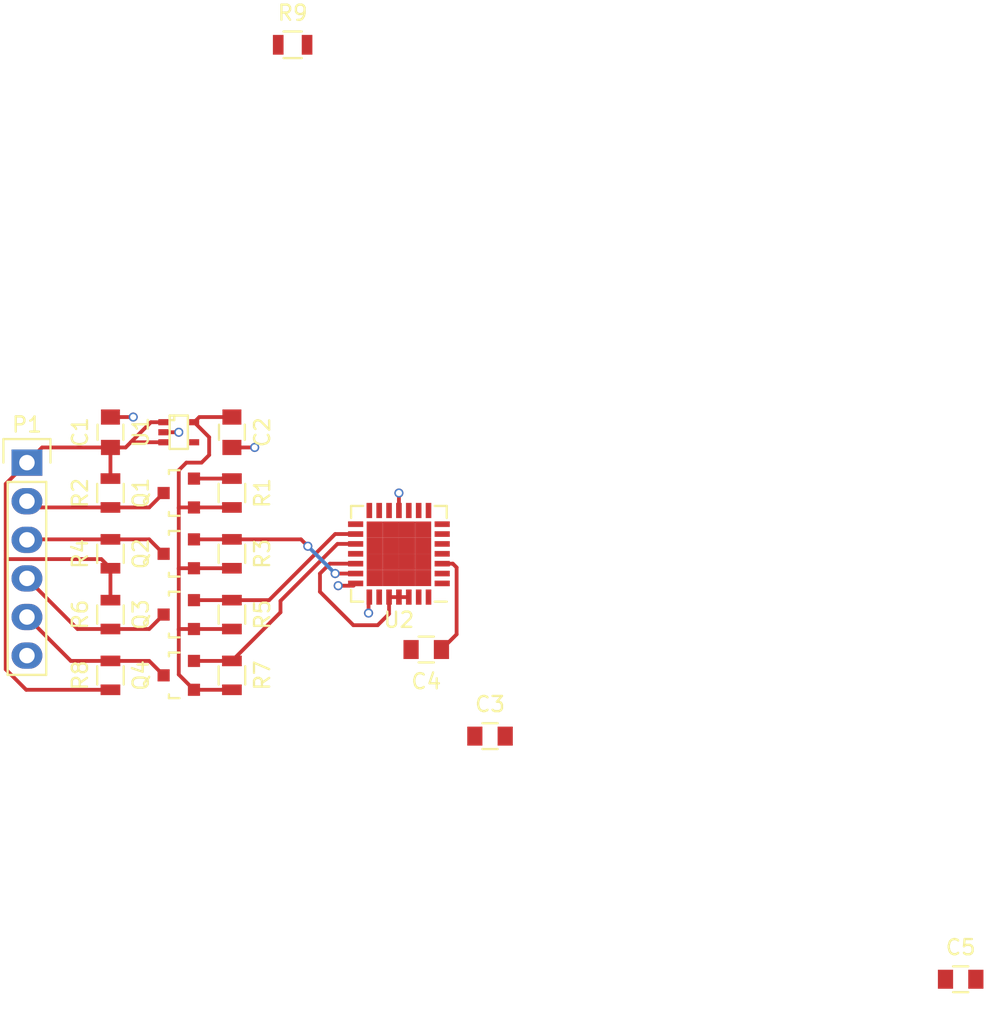
<source format=kicad_pcb>
(kicad_pcb (version 4) (host pcbnew 4.0.4+e1-6308~48~ubuntu16.04.1-stable)

  (general
    (links 68)
    (no_connects 34)
    (area 110.524999 62.925 178.025001 130.675)
    (thickness 1.6)
    (drawings 1)
    (tracks 99)
    (zones 0)
    (modules 21)
    (nets 15)
  )

  (page A4)
  (layers
    (0 F.Cu signal)
    (31 B.Cu signal)
    (32 B.Adhes user)
    (33 F.Adhes user)
    (34 B.Paste user)
    (35 F.Paste user)
    (36 B.SilkS user)
    (37 F.SilkS user)
    (38 B.Mask user)
    (39 F.Mask user)
    (40 Dwgs.User user)
    (41 Cmts.User user)
    (42 Eco1.User user)
    (43 Eco2.User user)
    (44 Edge.Cuts user)
    (45 Margin user)
    (46 B.CrtYd user)
    (47 F.CrtYd user)
    (48 B.Fab user)
    (49 F.Fab user)
  )

  (setup
    (last_trace_width 0.25)
    (trace_clearance 0.2)
    (zone_clearance 0.508)
    (zone_45_only no)
    (trace_min 0.2)
    (segment_width 0.2)
    (edge_width 0.15)
    (via_size 0.6)
    (via_drill 0.4)
    (via_min_size 0.4)
    (via_min_drill 0.3)
    (uvia_size 0.3)
    (uvia_drill 0.1)
    (uvias_allowed no)
    (uvia_min_size 0.2)
    (uvia_min_drill 0.1)
    (pcb_text_width 0.3)
    (pcb_text_size 1.5 1.5)
    (mod_edge_width 0.15)
    (mod_text_size 1 1)
    (mod_text_width 0.15)
    (pad_size 1.524 1.524)
    (pad_drill 0.762)
    (pad_to_mask_clearance 0.2)
    (aux_axis_origin 0 0)
    (visible_elements FFFFFF7F)
    (pcbplotparams
      (layerselection 0x00030_80000001)
      (usegerberextensions false)
      (excludeedgelayer true)
      (linewidth 0.100000)
      (plotframeref false)
      (viasonmask false)
      (mode 1)
      (useauxorigin false)
      (hpglpennumber 1)
      (hpglpenspeed 20)
      (hpglpendiameter 15)
      (hpglpenoverlay 2)
      (psnegative false)
      (psa4output false)
      (plotreference true)
      (plotvalue true)
      (plotinvisibletext false)
      (padsonsilk false)
      (subtractmaskfromsilk false)
      (outputformat 1)
      (mirror false)
      (drillshape 1)
      (scaleselection 1)
      (outputdirectory ""))
  )

  (net 0 "")
  (net 1 +5V)
  (net 2 GND)
  (net 3 +1V8)
  (net 4 "Net-(C4-Pad1)")
  (net 5 /SCL)
  (net 6 /SDA)
  (net 7 /~MOTION)
  (net 8 /~RESET)
  (net 9 /SCL_LV)
  (net 10 /SDA_LV)
  (net 11 /~MOT~_LV)
  (net 12 /~RST~_LV)
  (net 13 "Net-(R9-Pad1)")
  (net 14 "Net-(U2-Pad19)")

  (net_class Default "This is the default net class."
    (clearance 0.2)
    (trace_width 0.25)
    (via_dia 0.6)
    (via_drill 0.4)
    (uvia_dia 0.3)
    (uvia_drill 0.1)
    (add_net +1V8)
    (add_net +5V)
    (add_net /SCL)
    (add_net /SCL_LV)
    (add_net /SDA)
    (add_net /SDA_LV)
    (add_net /~MOTION)
    (add_net /~MOT~_LV)
    (add_net /~RESET)
    (add_net /~RST~_LV)
    (add_net GND)
    (add_net "Net-(C4-Pad1)")
    (add_net "Net-(R9-Pad1)")
    (add_net "Net-(U2-Pad19)")
  )

  (module Pin_Headers:Pin_Header_Straight_1x06 (layer F.Cu) (tedit 58347456) (tstamp 583470D9)
    (at 114.5 93.5)
    (descr "Through hole pin header")
    (tags "pin header")
    (path /583459D0)
    (fp_text reference P1 (at 0 -2.5) (layer F.SilkS)
      (effects (font (size 1 1) (thickness 0.15)))
    )
    (fp_text value CONN_01X06 (at 0 6 90) (layer F.Fab)
      (effects (font (size 1 1) (thickness 0.15)))
    )
    (fp_line (start -1.75 -1.75) (end -1.75 14.45) (layer F.CrtYd) (width 0.05))
    (fp_line (start 1.75 -1.75) (end 1.75 14.45) (layer F.CrtYd) (width 0.05))
    (fp_line (start -1.75 -1.75) (end 1.75 -1.75) (layer F.CrtYd) (width 0.05))
    (fp_line (start -1.75 14.45) (end 1.75 14.45) (layer F.CrtYd) (width 0.05))
    (fp_line (start 1.27 1.27) (end 1.27 13.97) (layer F.SilkS) (width 0.15))
    (fp_line (start 1.27 13.97) (end -1.27 13.97) (layer F.SilkS) (width 0.15))
    (fp_line (start -1.27 13.97) (end -1.27 1.27) (layer F.SilkS) (width 0.15))
    (fp_line (start 1.55 -1.55) (end 1.55 0) (layer F.SilkS) (width 0.15))
    (fp_line (start 1.27 1.27) (end -1.27 1.27) (layer F.SilkS) (width 0.15))
    (fp_line (start -1.55 0) (end -1.55 -1.55) (layer F.SilkS) (width 0.15))
    (fp_line (start -1.55 -1.55) (end 1.55 -1.55) (layer F.SilkS) (width 0.15))
    (pad 1 thru_hole rect (at 0 0) (size 2.032 1.7272) (drill 1.016) (layers *.Cu *.Mask)
      (net 1 +5V))
    (pad 2 thru_hole oval (at 0 2.54) (size 2.032 1.7272) (drill 1.016) (layers *.Cu *.Mask)
      (net 5 /SCL))
    (pad 3 thru_hole oval (at 0 5.08) (size 2.032 1.7272) (drill 1.016) (layers *.Cu *.Mask)
      (net 6 /SDA))
    (pad 4 thru_hole oval (at 0 7.62) (size 2.032 1.7272) (drill 1.016) (layers *.Cu *.Mask)
      (net 7 /~MOTION))
    (pad 5 thru_hole oval (at 0 10.16) (size 2.032 1.7272) (drill 1.016) (layers *.Cu *.Mask)
      (net 8 /~RESET))
    (pad 6 thru_hole oval (at 0 12.7) (size 2.032 1.7272) (drill 1.016) (layers *.Cu *.Mask)
      (net 2 GND))
    (model Pin_Headers.3dshapes/Pin_Header_Straight_1x06.wrl
      (at (xyz 0 -0.25 0))
      (scale (xyz 1 1 1))
      (rotate (xyz 0 0 90))
    )
  )

  (module TO_SOT_Packages_SMD:SOT-23 (layer F.Cu) (tedit 5834741E) (tstamp 583470E0)
    (at 124.5 95.5 90)
    (descr "SOT-23, Standard")
    (tags SOT-23)
    (path /5834553A)
    (attr smd)
    (fp_text reference Q1 (at 0 -2.5 90) (layer F.SilkS)
      (effects (font (size 1 1) (thickness 0.15)))
    )
    (fp_text value BSS138 (at 0 2.3 90) (layer F.Fab)
      (effects (font (size 1 1) (thickness 0.15)))
    )
    (fp_line (start -1.65 -1.6) (end 1.65 -1.6) (layer F.CrtYd) (width 0.05))
    (fp_line (start 1.65 -1.6) (end 1.65 1.6) (layer F.CrtYd) (width 0.05))
    (fp_line (start 1.65 1.6) (end -1.65 1.6) (layer F.CrtYd) (width 0.05))
    (fp_line (start -1.65 1.6) (end -1.65 -1.6) (layer F.CrtYd) (width 0.05))
    (fp_line (start 1.29916 -0.65024) (end 1.2509 -0.65024) (layer F.SilkS) (width 0.15))
    (fp_line (start -1.49982 0.0508) (end -1.49982 -0.65024) (layer F.SilkS) (width 0.15))
    (fp_line (start -1.49982 -0.65024) (end -1.2509 -0.65024) (layer F.SilkS) (width 0.15))
    (fp_line (start 1.29916 -0.65024) (end 1.49982 -0.65024) (layer F.SilkS) (width 0.15))
    (fp_line (start 1.49982 -0.65024) (end 1.49982 0.0508) (layer F.SilkS) (width 0.15))
    (pad 1 smd rect (at -0.95 1.00076 90) (size 0.8001 0.8001) (layers F.Cu F.Paste F.Mask)
      (net 3 +1V8))
    (pad 2 smd rect (at 0.95 1.00076 90) (size 0.8001 0.8001) (layers F.Cu F.Paste F.Mask)
      (net 9 /SCL_LV))
    (pad 3 smd rect (at 0 -0.99822 90) (size 0.8001 0.8001) (layers F.Cu F.Paste F.Mask)
      (net 5 /SCL))
    (model TO_SOT_Packages_SMD.3dshapes/SOT-23.wrl
      (at (xyz 0 0 0))
      (scale (xyz 1 1 1))
      (rotate (xyz 0 0 0))
    )
  )

  (module TO_SOT_Packages_SMD:SOT-23 (layer F.Cu) (tedit 58347421) (tstamp 583470E7)
    (at 124.5 99.5 90)
    (descr "SOT-23, Standard")
    (tags SOT-23)
    (path /583462D2)
    (attr smd)
    (fp_text reference Q2 (at 0 -2.5 90) (layer F.SilkS)
      (effects (font (size 1 1) (thickness 0.15)))
    )
    (fp_text value BSS138 (at 0 2.3 90) (layer F.Fab)
      (effects (font (size 1 1) (thickness 0.15)))
    )
    (fp_line (start -1.65 -1.6) (end 1.65 -1.6) (layer F.CrtYd) (width 0.05))
    (fp_line (start 1.65 -1.6) (end 1.65 1.6) (layer F.CrtYd) (width 0.05))
    (fp_line (start 1.65 1.6) (end -1.65 1.6) (layer F.CrtYd) (width 0.05))
    (fp_line (start -1.65 1.6) (end -1.65 -1.6) (layer F.CrtYd) (width 0.05))
    (fp_line (start 1.29916 -0.65024) (end 1.2509 -0.65024) (layer F.SilkS) (width 0.15))
    (fp_line (start -1.49982 0.0508) (end -1.49982 -0.65024) (layer F.SilkS) (width 0.15))
    (fp_line (start -1.49982 -0.65024) (end -1.2509 -0.65024) (layer F.SilkS) (width 0.15))
    (fp_line (start 1.29916 -0.65024) (end 1.49982 -0.65024) (layer F.SilkS) (width 0.15))
    (fp_line (start 1.49982 -0.65024) (end 1.49982 0.0508) (layer F.SilkS) (width 0.15))
    (pad 1 smd rect (at -0.95 1.00076 90) (size 0.8001 0.8001) (layers F.Cu F.Paste F.Mask)
      (net 3 +1V8))
    (pad 2 smd rect (at 0.95 1.00076 90) (size 0.8001 0.8001) (layers F.Cu F.Paste F.Mask)
      (net 10 /SDA_LV))
    (pad 3 smd rect (at 0 -0.99822 90) (size 0.8001 0.8001) (layers F.Cu F.Paste F.Mask)
      (net 6 /SDA))
    (model TO_SOT_Packages_SMD.3dshapes/SOT-23.wrl
      (at (xyz 0 0 0))
      (scale (xyz 1 1 1))
      (rotate (xyz 0 0 0))
    )
  )

  (module TO_SOT_Packages_SMD:SOT-23 (layer F.Cu) (tedit 58347424) (tstamp 583470EE)
    (at 124.5 103.5 90)
    (descr "SOT-23, Standard")
    (tags SOT-23)
    (path /5834646F)
    (attr smd)
    (fp_text reference Q3 (at 0 -2.5 90) (layer F.SilkS)
      (effects (font (size 1 1) (thickness 0.15)))
    )
    (fp_text value BSS138 (at 0 2.3 90) (layer F.Fab)
      (effects (font (size 1 1) (thickness 0.15)))
    )
    (fp_line (start -1.65 -1.6) (end 1.65 -1.6) (layer F.CrtYd) (width 0.05))
    (fp_line (start 1.65 -1.6) (end 1.65 1.6) (layer F.CrtYd) (width 0.05))
    (fp_line (start 1.65 1.6) (end -1.65 1.6) (layer F.CrtYd) (width 0.05))
    (fp_line (start -1.65 1.6) (end -1.65 -1.6) (layer F.CrtYd) (width 0.05))
    (fp_line (start 1.29916 -0.65024) (end 1.2509 -0.65024) (layer F.SilkS) (width 0.15))
    (fp_line (start -1.49982 0.0508) (end -1.49982 -0.65024) (layer F.SilkS) (width 0.15))
    (fp_line (start -1.49982 -0.65024) (end -1.2509 -0.65024) (layer F.SilkS) (width 0.15))
    (fp_line (start 1.29916 -0.65024) (end 1.49982 -0.65024) (layer F.SilkS) (width 0.15))
    (fp_line (start 1.49982 -0.65024) (end 1.49982 0.0508) (layer F.SilkS) (width 0.15))
    (pad 1 smd rect (at -0.95 1.00076 90) (size 0.8001 0.8001) (layers F.Cu F.Paste F.Mask)
      (net 3 +1V8))
    (pad 2 smd rect (at 0.95 1.00076 90) (size 0.8001 0.8001) (layers F.Cu F.Paste F.Mask)
      (net 11 /~MOT~_LV))
    (pad 3 smd rect (at 0 -0.99822 90) (size 0.8001 0.8001) (layers F.Cu F.Paste F.Mask)
      (net 7 /~MOTION))
    (model TO_SOT_Packages_SMD.3dshapes/SOT-23.wrl
      (at (xyz 0 0 0))
      (scale (xyz 1 1 1))
      (rotate (xyz 0 0 0))
    )
  )

  (module TO_SOT_Packages_SMD:SOT-23 (layer F.Cu) (tedit 58347429) (tstamp 583470F5)
    (at 124.5 107.5 90)
    (descr "SOT-23, Standard")
    (tags SOT-23)
    (path /58346642)
    (attr smd)
    (fp_text reference Q4 (at 0 -2.5 90) (layer F.SilkS)
      (effects (font (size 1 1) (thickness 0.15)))
    )
    (fp_text value BSS138 (at 0 2.3 90) (layer F.Fab)
      (effects (font (size 1 1) (thickness 0.15)))
    )
    (fp_line (start -1.65 -1.6) (end 1.65 -1.6) (layer F.CrtYd) (width 0.05))
    (fp_line (start 1.65 -1.6) (end 1.65 1.6) (layer F.CrtYd) (width 0.05))
    (fp_line (start 1.65 1.6) (end -1.65 1.6) (layer F.CrtYd) (width 0.05))
    (fp_line (start -1.65 1.6) (end -1.65 -1.6) (layer F.CrtYd) (width 0.05))
    (fp_line (start 1.29916 -0.65024) (end 1.2509 -0.65024) (layer F.SilkS) (width 0.15))
    (fp_line (start -1.49982 0.0508) (end -1.49982 -0.65024) (layer F.SilkS) (width 0.15))
    (fp_line (start -1.49982 -0.65024) (end -1.2509 -0.65024) (layer F.SilkS) (width 0.15))
    (fp_line (start 1.29916 -0.65024) (end 1.49982 -0.65024) (layer F.SilkS) (width 0.15))
    (fp_line (start 1.49982 -0.65024) (end 1.49982 0.0508) (layer F.SilkS) (width 0.15))
    (pad 1 smd rect (at -0.95 1.00076 90) (size 0.8001 0.8001) (layers F.Cu F.Paste F.Mask)
      (net 3 +1V8))
    (pad 2 smd rect (at 0.95 1.00076 90) (size 0.8001 0.8001) (layers F.Cu F.Paste F.Mask)
      (net 12 /~RST~_LV))
    (pad 3 smd rect (at 0 -0.99822 90) (size 0.8001 0.8001) (layers F.Cu F.Paste F.Mask)
      (net 8 /~RESET))
    (model TO_SOT_Packages_SMD.3dshapes/SOT-23.wrl
      (at (xyz 0 0 0))
      (scale (xyz 1 1 1))
      (rotate (xyz 0 0 0))
    )
  )

  (module TO_SOT_Packages_SMD:SC-70-5 (layer F.Cu) (tedit 58347418) (tstamp 5834712E)
    (at 124.5 91.5 270)
    (descr "SC70-5 SOT323-5")
    (path /58346075)
    (attr smd)
    (fp_text reference U1 (at 0 2.5 270) (layer F.SilkS)
      (effects (font (size 1 1) (thickness 0.15)))
    )
    (fp_text value MIC5365-1.8YC5 (at 0 2.3 270) (layer F.Fab)
      (effects (font (size 1 1) (thickness 0.15)))
    )
    (fp_line (start 1.3 -1.6) (end 1.3 1.6) (layer F.CrtYd) (width 0.05))
    (fp_line (start -1.3 -1.6) (end 1.3 -1.6) (layer F.CrtYd) (width 0.05))
    (fp_line (start -1.3 1.6) (end -1.3 -1.6) (layer F.CrtYd) (width 0.05))
    (fp_line (start 1.3 1.6) (end -1.3 1.6) (layer F.CrtYd) (width 0.05))
    (fp_line (start -1.1 0.3) (end -0.8 0.3) (layer F.SilkS) (width 0.15))
    (fp_line (start -0.8 0.3) (end -0.8 0.6) (layer F.SilkS) (width 0.15))
    (fp_line (start 1.1 -0.6) (end -1.1 -0.6) (layer F.SilkS) (width 0.15))
    (fp_line (start -1.1 -0.6) (end -1.1 0.6) (layer F.SilkS) (width 0.15))
    (fp_line (start -1.1 0.6) (end 1.1 0.6) (layer F.SilkS) (width 0.15))
    (fp_line (start 1.1 0.6) (end 1.1 -0.6) (layer F.SilkS) (width 0.15))
    (pad 1 smd rect (at -0.6604 1.016 270) (size 0.4064 0.6604) (layers F.Cu F.Paste F.Mask)
      (net 1 +5V))
    (pad 3 smd rect (at 0.6604 1.016 270) (size 0.4064 0.6604) (layers F.Cu F.Paste F.Mask)
      (net 1 +5V))
    (pad 2 smd rect (at 0 1.016 270) (size 0.4064 0.6604) (layers F.Cu F.Paste F.Mask)
      (net 2 GND))
    (pad 4 smd rect (at 0.6604 -1.016 270) (size 0.4064 0.6604) (layers F.Cu F.Paste F.Mask))
    (pad 5 smd rect (at -0.6604 -1.016 270) (size 0.4064 0.6604) (layers F.Cu F.Paste F.Mask)
      (net 3 +1V8))
    (model TO_SOT_Packages_SMD.3dshapes/SC-70-5.wrl
      (at (xyz 0 0 0))
      (scale (xyz 1 1 1))
      (rotate (xyz 0 0 0))
    )
  )

  (module Housings_DFN_QFN:QFN-28-1EP_6x6mm_Pitch0.65mm (layer F.Cu) (tedit 54130A77) (tstamp 58347277)
    (at 139 99.5 180)
    (descr "28-Lead Plastic Quad Flat, No Lead Package (ML) - 6x6 mm Body [QFN]; (see Microchip Packaging Specification 00000049BS.pdf)")
    (tags "QFN 0.65")
    (path /58349186)
    (attr smd)
    (fp_text reference U2 (at 0 -4.35 180) (layer F.SilkS)
      (effects (font (size 1 1) (thickness 0.15)))
    )
    (fp_text value PMT9123 (at 0 4.35 180) (layer F.Fab)
      (effects (font (size 1 1) (thickness 0.15)))
    )
    (fp_line (start -2 -3) (end 3 -3) (layer F.Fab) (width 0.15))
    (fp_line (start 3 -3) (end 3 3) (layer F.Fab) (width 0.15))
    (fp_line (start 3 3) (end -3 3) (layer F.Fab) (width 0.15))
    (fp_line (start -3 3) (end -3 -2) (layer F.Fab) (width 0.15))
    (fp_line (start -3 -2) (end -2 -3) (layer F.Fab) (width 0.15))
    (fp_line (start -3.6 -3.6) (end -3.6 3.6) (layer F.CrtYd) (width 0.05))
    (fp_line (start 3.6 -3.6) (end 3.6 3.6) (layer F.CrtYd) (width 0.05))
    (fp_line (start -3.6 -3.6) (end 3.6 -3.6) (layer F.CrtYd) (width 0.05))
    (fp_line (start -3.6 3.6) (end 3.6 3.6) (layer F.CrtYd) (width 0.05))
    (fp_line (start 3.15 -3.15) (end 3.15 -2.36) (layer F.SilkS) (width 0.15))
    (fp_line (start -3.15 3.15) (end -3.15 2.36) (layer F.SilkS) (width 0.15))
    (fp_line (start 3.15 3.15) (end 3.15 2.36) (layer F.SilkS) (width 0.15))
    (fp_line (start -3.15 -3.15) (end -2.36 -3.15) (layer F.SilkS) (width 0.15))
    (fp_line (start -3.15 3.15) (end -2.36 3.15) (layer F.SilkS) (width 0.15))
    (fp_line (start 3.15 3.15) (end 2.36 3.15) (layer F.SilkS) (width 0.15))
    (fp_line (start 3.15 -3.15) (end 2.36 -3.15) (layer F.SilkS) (width 0.15))
    (pad 1 smd rect (at -2.85 -1.95 180) (size 1 0.37) (layers F.Cu F.Paste F.Mask)
      (net 2 GND))
    (pad 2 smd rect (at -2.85 -1.3 180) (size 1 0.37) (layers F.Cu F.Paste F.Mask))
    (pad 3 smd rect (at -2.85 -0.65 180) (size 1 0.37) (layers F.Cu F.Paste F.Mask)
      (net 4 "Net-(C4-Pad1)"))
    (pad 4 smd rect (at -2.85 0 180) (size 1 0.37) (layers F.Cu F.Paste F.Mask)
      (net 3 +1V8))
    (pad 5 smd rect (at -2.85 0.65 180) (size 1 0.37) (layers F.Cu F.Paste F.Mask))
    (pad 6 smd rect (at -2.85 1.3 180) (size 1 0.37) (layers F.Cu F.Paste F.Mask))
    (pad 7 smd rect (at -2.85 1.95 180) (size 1 0.37) (layers F.Cu F.Paste F.Mask)
      (net 9 /SCL_LV))
    (pad 8 smd rect (at -1.95 2.85 270) (size 1 0.37) (layers F.Cu F.Paste F.Mask))
    (pad 9 smd rect (at -1.3 2.85 270) (size 1 0.37) (layers F.Cu F.Paste F.Mask))
    (pad 10 smd rect (at -0.65 2.85 270) (size 1 0.37) (layers F.Cu F.Paste F.Mask))
    (pad 11 smd rect (at 0 2.85 270) (size 1 0.37) (layers F.Cu F.Paste F.Mask)
      (net 2 GND))
    (pad 12 smd rect (at 0.65 2.85 270) (size 1 0.37) (layers F.Cu F.Paste F.Mask))
    (pad 13 smd rect (at 1.3 2.85 270) (size 1 0.37) (layers F.Cu F.Paste F.Mask))
    (pad 14 smd rect (at 1.95 2.85 270) (size 1 0.37) (layers F.Cu F.Paste F.Mask))
    (pad 15 smd rect (at 2.85 1.95 180) (size 1 0.37) (layers F.Cu F.Paste F.Mask))
    (pad 16 smd rect (at 2.85 1.3 180) (size 1 0.37) (layers F.Cu F.Paste F.Mask)
      (net 11 /~MOT~_LV))
    (pad 17 smd rect (at 2.85 0.65 180) (size 1 0.37) (layers F.Cu F.Paste F.Mask)
      (net 12 /~RST~_LV))
    (pad 18 smd rect (at 2.85 0 180) (size 1 0.37) (layers F.Cu F.Paste F.Mask))
    (pad 19 smd rect (at 2.85 -0.65 180) (size 1 0.37) (layers F.Cu F.Paste F.Mask)
      (net 14 "Net-(U2-Pad19)"))
    (pad 20 smd rect (at 2.85 -1.3 180) (size 1 0.37) (layers F.Cu F.Paste F.Mask)
      (net 10 /SDA_LV))
    (pad 21 smd rect (at 2.85 -1.95 180) (size 1 0.37) (layers F.Cu F.Paste F.Mask)
      (net 2 GND))
    (pad 22 smd rect (at 1.95 -2.85 270) (size 1 0.37) (layers F.Cu F.Paste F.Mask)
      (net 2 GND))
    (pad 23 smd rect (at 1.3 -2.85 270) (size 1 0.37) (layers F.Cu F.Paste F.Mask))
    (pad 24 smd rect (at 0.65 -2.85 270) (size 1 0.37) (layers F.Cu F.Paste F.Mask)
      (net 14 "Net-(U2-Pad19)"))
    (pad 25 smd rect (at 0 -2.85 270) (size 1 0.37) (layers F.Cu F.Paste F.Mask)
      (net 14 "Net-(U2-Pad19)"))
    (pad 26 smd rect (at -0.65 -2.85 270) (size 1 0.37) (layers F.Cu F.Paste F.Mask)
      (net 14 "Net-(U2-Pad19)"))
    (pad 27 smd rect (at -1.3 -2.85 270) (size 1 0.37) (layers F.Cu F.Paste F.Mask)
      (net 13 "Net-(R9-Pad1)"))
    (pad 28 smd rect (at -1.95 -2.85 270) (size 1 0.37) (layers F.Cu F.Paste F.Mask)
      (net 2 GND))
    (pad 29 smd rect (at 1.59375 1.59375 180) (size 1.0625 1.0625) (layers F.Cu F.Paste F.Mask)
      (net 2 GND) (solder_paste_margin_ratio -0.2))
    (pad 29 smd rect (at 1.59375 0.53125 180) (size 1.0625 1.0625) (layers F.Cu F.Paste F.Mask)
      (net 2 GND) (solder_paste_margin_ratio -0.2))
    (pad 29 smd rect (at 1.59375 -0.53125 180) (size 1.0625 1.0625) (layers F.Cu F.Paste F.Mask)
      (net 2 GND) (solder_paste_margin_ratio -0.2))
    (pad 29 smd rect (at 1.59375 -1.59375 180) (size 1.0625 1.0625) (layers F.Cu F.Paste F.Mask)
      (net 2 GND) (solder_paste_margin_ratio -0.2))
    (pad 29 smd rect (at 0.53125 1.59375 180) (size 1.0625 1.0625) (layers F.Cu F.Paste F.Mask)
      (net 2 GND) (solder_paste_margin_ratio -0.2))
    (pad 29 smd rect (at 0.53125 0.53125 180) (size 1.0625 1.0625) (layers F.Cu F.Paste F.Mask)
      (net 2 GND) (solder_paste_margin_ratio -0.2))
    (pad 29 smd rect (at 0.53125 -0.53125 180) (size 1.0625 1.0625) (layers F.Cu F.Paste F.Mask)
      (net 2 GND) (solder_paste_margin_ratio -0.2))
    (pad 29 smd rect (at 0.53125 -1.59375 180) (size 1.0625 1.0625) (layers F.Cu F.Paste F.Mask)
      (net 2 GND) (solder_paste_margin_ratio -0.2))
    (pad 29 smd rect (at -0.53125 1.59375 180) (size 1.0625 1.0625) (layers F.Cu F.Paste F.Mask)
      (net 2 GND) (solder_paste_margin_ratio -0.2))
    (pad 29 smd rect (at -0.53125 0.53125 180) (size 1.0625 1.0625) (layers F.Cu F.Paste F.Mask)
      (net 2 GND) (solder_paste_margin_ratio -0.2))
    (pad 29 smd rect (at -0.53125 -0.53125 180) (size 1.0625 1.0625) (layers F.Cu F.Paste F.Mask)
      (net 2 GND) (solder_paste_margin_ratio -0.2))
    (pad 29 smd rect (at -0.53125 -1.59375 180) (size 1.0625 1.0625) (layers F.Cu F.Paste F.Mask)
      (net 2 GND) (solder_paste_margin_ratio -0.2))
    (pad 29 smd rect (at -1.59375 1.59375 180) (size 1.0625 1.0625) (layers F.Cu F.Paste F.Mask)
      (net 2 GND) (solder_paste_margin_ratio -0.2))
    (pad 29 smd rect (at -1.59375 0.53125 180) (size 1.0625 1.0625) (layers F.Cu F.Paste F.Mask)
      (net 2 GND) (solder_paste_margin_ratio -0.2))
    (pad 29 smd rect (at -1.59375 -0.53125 180) (size 1.0625 1.0625) (layers F.Cu F.Paste F.Mask)
      (net 2 GND) (solder_paste_margin_ratio -0.2))
    (pad 29 smd rect (at -1.59375 -1.59375 180) (size 1.0625 1.0625) (layers F.Cu F.Paste F.Mask)
      (net 2 GND) (solder_paste_margin_ratio -0.2))
    (model Housings_DFN_QFN.3dshapes/QFN-28-1EP_6x6mm_Pitch0.65mm.wrl
      (at (xyz 0 0 0))
      (scale (xyz 1 1 1))
      (rotate (xyz 0 0 0))
    )
  )

  (module Resistors_SMD:R_0805 (layer F.Cu) (tedit 583473EC) (tstamp 5834757D)
    (at 128 95.5 90)
    (descr "Resistor SMD 0805, reflow soldering, Vishay (see dcrcw.pdf)")
    (tags "resistor 0805")
    (path /5834566B)
    (attr smd)
    (fp_text reference R1 (at 0 2 90) (layer F.SilkS)
      (effects (font (size 1 1) (thickness 0.15)))
    )
    (fp_text value 10k (at 0 2.1 90) (layer F.Fab)
      (effects (font (size 1 1) (thickness 0.15)))
    )
    (fp_line (start -1 0.625) (end -1 -0.625) (layer F.Fab) (width 0.1))
    (fp_line (start 1 0.625) (end -1 0.625) (layer F.Fab) (width 0.1))
    (fp_line (start 1 -0.625) (end 1 0.625) (layer F.Fab) (width 0.1))
    (fp_line (start -1 -0.625) (end 1 -0.625) (layer F.Fab) (width 0.1))
    (fp_line (start -1.6 -1) (end 1.6 -1) (layer F.CrtYd) (width 0.05))
    (fp_line (start -1.6 1) (end 1.6 1) (layer F.CrtYd) (width 0.05))
    (fp_line (start -1.6 -1) (end -1.6 1) (layer F.CrtYd) (width 0.05))
    (fp_line (start 1.6 -1) (end 1.6 1) (layer F.CrtYd) (width 0.05))
    (fp_line (start 0.6 0.875) (end -0.6 0.875) (layer F.SilkS) (width 0.15))
    (fp_line (start -0.6 -0.875) (end 0.6 -0.875) (layer F.SilkS) (width 0.15))
    (pad 1 smd rect (at -0.95 0 90) (size 0.7 1.3) (layers F.Cu F.Paste F.Mask)
      (net 3 +1V8))
    (pad 2 smd rect (at 0.95 0 90) (size 0.7 1.3) (layers F.Cu F.Paste F.Mask)
      (net 9 /SCL_LV))
    (model Resistors_SMD.3dshapes/R_0805.wrl
      (at (xyz 0 0 0))
      (scale (xyz 1 1 1))
      (rotate (xyz 0 0 0))
    )
  )

  (module Resistors_SMD:R_0805 (layer F.Cu) (tedit 583473C1) (tstamp 58347582)
    (at 120 95.5 270)
    (descr "Resistor SMD 0805, reflow soldering, Vishay (see dcrcw.pdf)")
    (tags "resistor 0805")
    (path /583456B4)
    (attr smd)
    (fp_text reference R2 (at 0 2 270) (layer F.SilkS)
      (effects (font (size 1 1) (thickness 0.15)))
    )
    (fp_text value 10k (at 0 2.1 270) (layer F.Fab)
      (effects (font (size 1 1) (thickness 0.15)))
    )
    (fp_line (start -1 0.625) (end -1 -0.625) (layer F.Fab) (width 0.1))
    (fp_line (start 1 0.625) (end -1 0.625) (layer F.Fab) (width 0.1))
    (fp_line (start 1 -0.625) (end 1 0.625) (layer F.Fab) (width 0.1))
    (fp_line (start -1 -0.625) (end 1 -0.625) (layer F.Fab) (width 0.1))
    (fp_line (start -1.6 -1) (end 1.6 -1) (layer F.CrtYd) (width 0.05))
    (fp_line (start -1.6 1) (end 1.6 1) (layer F.CrtYd) (width 0.05))
    (fp_line (start -1.6 -1) (end -1.6 1) (layer F.CrtYd) (width 0.05))
    (fp_line (start 1.6 -1) (end 1.6 1) (layer F.CrtYd) (width 0.05))
    (fp_line (start 0.6 0.875) (end -0.6 0.875) (layer F.SilkS) (width 0.15))
    (fp_line (start -0.6 -0.875) (end 0.6 -0.875) (layer F.SilkS) (width 0.15))
    (pad 1 smd rect (at -0.95 0 270) (size 0.7 1.3) (layers F.Cu F.Paste F.Mask)
      (net 1 +5V))
    (pad 2 smd rect (at 0.95 0 270) (size 0.7 1.3) (layers F.Cu F.Paste F.Mask)
      (net 5 /SCL))
    (model Resistors_SMD.3dshapes/R_0805.wrl
      (at (xyz 0 0 0))
      (scale (xyz 1 1 1))
      (rotate (xyz 0 0 0))
    )
  )

  (module Resistors_SMD:R_0805 (layer F.Cu) (tedit 583473E6) (tstamp 58347587)
    (at 128 99.5 90)
    (descr "Resistor SMD 0805, reflow soldering, Vishay (see dcrcw.pdf)")
    (tags "resistor 0805")
    (path /583462D8)
    (attr smd)
    (fp_text reference R3 (at 0 2 90) (layer F.SilkS)
      (effects (font (size 1 1) (thickness 0.15)))
    )
    (fp_text value 10k (at 0 2.1 90) (layer F.Fab)
      (effects (font (size 1 1) (thickness 0.15)))
    )
    (fp_line (start -1 0.625) (end -1 -0.625) (layer F.Fab) (width 0.1))
    (fp_line (start 1 0.625) (end -1 0.625) (layer F.Fab) (width 0.1))
    (fp_line (start 1 -0.625) (end 1 0.625) (layer F.Fab) (width 0.1))
    (fp_line (start -1 -0.625) (end 1 -0.625) (layer F.Fab) (width 0.1))
    (fp_line (start -1.6 -1) (end 1.6 -1) (layer F.CrtYd) (width 0.05))
    (fp_line (start -1.6 1) (end 1.6 1) (layer F.CrtYd) (width 0.05))
    (fp_line (start -1.6 -1) (end -1.6 1) (layer F.CrtYd) (width 0.05))
    (fp_line (start 1.6 -1) (end 1.6 1) (layer F.CrtYd) (width 0.05))
    (fp_line (start 0.6 0.875) (end -0.6 0.875) (layer F.SilkS) (width 0.15))
    (fp_line (start -0.6 -0.875) (end 0.6 -0.875) (layer F.SilkS) (width 0.15))
    (pad 1 smd rect (at -0.95 0 90) (size 0.7 1.3) (layers F.Cu F.Paste F.Mask)
      (net 3 +1V8))
    (pad 2 smd rect (at 0.95 0 90) (size 0.7 1.3) (layers F.Cu F.Paste F.Mask)
      (net 10 /SDA_LV))
    (model Resistors_SMD.3dshapes/R_0805.wrl
      (at (xyz 0 0 0))
      (scale (xyz 1 1 1))
      (rotate (xyz 0 0 0))
    )
  )

  (module Resistors_SMD:R_0805 (layer F.Cu) (tedit 5834743A) (tstamp 5834758C)
    (at 120 99.5 90)
    (descr "Resistor SMD 0805, reflow soldering, Vishay (see dcrcw.pdf)")
    (tags "resistor 0805")
    (path /583462DE)
    (attr smd)
    (fp_text reference R4 (at 0 -2 90) (layer F.SilkS)
      (effects (font (size 1 1) (thickness 0.15)))
    )
    (fp_text value 10k (at 0 -2 90) (layer F.Fab)
      (effects (font (size 1 1) (thickness 0.15)))
    )
    (fp_line (start -1 0.625) (end -1 -0.625) (layer F.Fab) (width 0.1))
    (fp_line (start 1 0.625) (end -1 0.625) (layer F.Fab) (width 0.1))
    (fp_line (start 1 -0.625) (end 1 0.625) (layer F.Fab) (width 0.1))
    (fp_line (start -1 -0.625) (end 1 -0.625) (layer F.Fab) (width 0.1))
    (fp_line (start -1.6 -1) (end 1.6 -1) (layer F.CrtYd) (width 0.05))
    (fp_line (start -1.6 1) (end 1.6 1) (layer F.CrtYd) (width 0.05))
    (fp_line (start -1.6 -1) (end -1.6 1) (layer F.CrtYd) (width 0.05))
    (fp_line (start 1.6 -1) (end 1.6 1) (layer F.CrtYd) (width 0.05))
    (fp_line (start 0.6 0.875) (end -0.6 0.875) (layer F.SilkS) (width 0.15))
    (fp_line (start -0.6 -0.875) (end 0.6 -0.875) (layer F.SilkS) (width 0.15))
    (pad 1 smd rect (at -0.95 0 90) (size 0.7 1.3) (layers F.Cu F.Paste F.Mask)
      (net 1 +5V))
    (pad 2 smd rect (at 0.95 0 90) (size 0.7 1.3) (layers F.Cu F.Paste F.Mask)
      (net 6 /SDA))
    (model Resistors_SMD.3dshapes/R_0805.wrl
      (at (xyz 0 0 0))
      (scale (xyz 1 1 1))
      (rotate (xyz 0 0 0))
    )
  )

  (module Resistors_SMD:R_0805 (layer F.Cu) (tedit 583473E1) (tstamp 58347591)
    (at 128 103.5 90)
    (descr "Resistor SMD 0805, reflow soldering, Vishay (see dcrcw.pdf)")
    (tags "resistor 0805")
    (path /58346475)
    (attr smd)
    (fp_text reference R5 (at 0 2 90) (layer F.SilkS)
      (effects (font (size 1 1) (thickness 0.15)))
    )
    (fp_text value 10k (at 0 2.1 90) (layer F.Fab)
      (effects (font (size 1 1) (thickness 0.15)))
    )
    (fp_line (start -1 0.625) (end -1 -0.625) (layer F.Fab) (width 0.1))
    (fp_line (start 1 0.625) (end -1 0.625) (layer F.Fab) (width 0.1))
    (fp_line (start 1 -0.625) (end 1 0.625) (layer F.Fab) (width 0.1))
    (fp_line (start -1 -0.625) (end 1 -0.625) (layer F.Fab) (width 0.1))
    (fp_line (start -1.6 -1) (end 1.6 -1) (layer F.CrtYd) (width 0.05))
    (fp_line (start -1.6 1) (end 1.6 1) (layer F.CrtYd) (width 0.05))
    (fp_line (start -1.6 -1) (end -1.6 1) (layer F.CrtYd) (width 0.05))
    (fp_line (start 1.6 -1) (end 1.6 1) (layer F.CrtYd) (width 0.05))
    (fp_line (start 0.6 0.875) (end -0.6 0.875) (layer F.SilkS) (width 0.15))
    (fp_line (start -0.6 -0.875) (end 0.6 -0.875) (layer F.SilkS) (width 0.15))
    (pad 1 smd rect (at -0.95 0 90) (size 0.7 1.3) (layers F.Cu F.Paste F.Mask)
      (net 3 +1V8))
    (pad 2 smd rect (at 0.95 0 90) (size 0.7 1.3) (layers F.Cu F.Paste F.Mask)
      (net 11 /~MOT~_LV))
    (model Resistors_SMD.3dshapes/R_0805.wrl
      (at (xyz 0 0 0))
      (scale (xyz 1 1 1))
      (rotate (xyz 0 0 0))
    )
  )

  (module Resistors_SMD:R_0805 (layer F.Cu) (tedit 58347436) (tstamp 58347596)
    (at 120 103.5 270)
    (descr "Resistor SMD 0805, reflow soldering, Vishay (see dcrcw.pdf)")
    (tags "resistor 0805")
    (path /5834647B)
    (attr smd)
    (fp_text reference R6 (at 0 2 270) (layer F.SilkS)
      (effects (font (size 1 1) (thickness 0.15)))
    )
    (fp_text value 10k (at 0 2 270) (layer F.Fab)
      (effects (font (size 1 1) (thickness 0.15)))
    )
    (fp_line (start -1 0.625) (end -1 -0.625) (layer F.Fab) (width 0.1))
    (fp_line (start 1 0.625) (end -1 0.625) (layer F.Fab) (width 0.1))
    (fp_line (start 1 -0.625) (end 1 0.625) (layer F.Fab) (width 0.1))
    (fp_line (start -1 -0.625) (end 1 -0.625) (layer F.Fab) (width 0.1))
    (fp_line (start -1.6 -1) (end 1.6 -1) (layer F.CrtYd) (width 0.05))
    (fp_line (start -1.6 1) (end 1.6 1) (layer F.CrtYd) (width 0.05))
    (fp_line (start -1.6 -1) (end -1.6 1) (layer F.CrtYd) (width 0.05))
    (fp_line (start 1.6 -1) (end 1.6 1) (layer F.CrtYd) (width 0.05))
    (fp_line (start 0.6 0.875) (end -0.6 0.875) (layer F.SilkS) (width 0.15))
    (fp_line (start -0.6 -0.875) (end 0.6 -0.875) (layer F.SilkS) (width 0.15))
    (pad 1 smd rect (at -0.95 0 270) (size 0.7 1.3) (layers F.Cu F.Paste F.Mask)
      (net 1 +5V))
    (pad 2 smd rect (at 0.95 0 270) (size 0.7 1.3) (layers F.Cu F.Paste F.Mask)
      (net 7 /~MOTION))
    (model Resistors_SMD.3dshapes/R_0805.wrl
      (at (xyz 0 0 0))
      (scale (xyz 1 1 1))
      (rotate (xyz 0 0 0))
    )
  )

  (module Resistors_SMD:R_0805 (layer F.Cu) (tedit 583473DC) (tstamp 5834759B)
    (at 128 107.5 90)
    (descr "Resistor SMD 0805, reflow soldering, Vishay (see dcrcw.pdf)")
    (tags "resistor 0805")
    (path /58346648)
    (attr smd)
    (fp_text reference R7 (at 0 2 90) (layer F.SilkS)
      (effects (font (size 1 1) (thickness 0.15)))
    )
    (fp_text value 10k (at 0 2.1 90) (layer F.Fab)
      (effects (font (size 1 1) (thickness 0.15)))
    )
    (fp_line (start -1 0.625) (end -1 -0.625) (layer F.Fab) (width 0.1))
    (fp_line (start 1 0.625) (end -1 0.625) (layer F.Fab) (width 0.1))
    (fp_line (start 1 -0.625) (end 1 0.625) (layer F.Fab) (width 0.1))
    (fp_line (start -1 -0.625) (end 1 -0.625) (layer F.Fab) (width 0.1))
    (fp_line (start -1.6 -1) (end 1.6 -1) (layer F.CrtYd) (width 0.05))
    (fp_line (start -1.6 1) (end 1.6 1) (layer F.CrtYd) (width 0.05))
    (fp_line (start -1.6 -1) (end -1.6 1) (layer F.CrtYd) (width 0.05))
    (fp_line (start 1.6 -1) (end 1.6 1) (layer F.CrtYd) (width 0.05))
    (fp_line (start 0.6 0.875) (end -0.6 0.875) (layer F.SilkS) (width 0.15))
    (fp_line (start -0.6 -0.875) (end 0.6 -0.875) (layer F.SilkS) (width 0.15))
    (pad 1 smd rect (at -0.95 0 90) (size 0.7 1.3) (layers F.Cu F.Paste F.Mask)
      (net 3 +1V8))
    (pad 2 smd rect (at 0.95 0 90) (size 0.7 1.3) (layers F.Cu F.Paste F.Mask)
      (net 12 /~RST~_LV))
    (model Resistors_SMD.3dshapes/R_0805.wrl
      (at (xyz 0 0 0))
      (scale (xyz 1 1 1))
      (rotate (xyz 0 0 0))
    )
  )

  (module Resistors_SMD:R_0805 (layer F.Cu) (tedit 58347432) (tstamp 583475A0)
    (at 120 107.5 90)
    (descr "Resistor SMD 0805, reflow soldering, Vishay (see dcrcw.pdf)")
    (tags "resistor 0805")
    (path /5834664E)
    (attr smd)
    (fp_text reference R8 (at 0 -2 90) (layer F.SilkS)
      (effects (font (size 1 1) (thickness 0.15)))
    )
    (fp_text value 10k (at 0 -2 90) (layer F.Fab)
      (effects (font (size 1 1) (thickness 0.15)))
    )
    (fp_line (start -1 0.625) (end -1 -0.625) (layer F.Fab) (width 0.1))
    (fp_line (start 1 0.625) (end -1 0.625) (layer F.Fab) (width 0.1))
    (fp_line (start 1 -0.625) (end 1 0.625) (layer F.Fab) (width 0.1))
    (fp_line (start -1 -0.625) (end 1 -0.625) (layer F.Fab) (width 0.1))
    (fp_line (start -1.6 -1) (end 1.6 -1) (layer F.CrtYd) (width 0.05))
    (fp_line (start -1.6 1) (end 1.6 1) (layer F.CrtYd) (width 0.05))
    (fp_line (start -1.6 -1) (end -1.6 1) (layer F.CrtYd) (width 0.05))
    (fp_line (start 1.6 -1) (end 1.6 1) (layer F.CrtYd) (width 0.05))
    (fp_line (start 0.6 0.875) (end -0.6 0.875) (layer F.SilkS) (width 0.15))
    (fp_line (start -0.6 -0.875) (end 0.6 -0.875) (layer F.SilkS) (width 0.15))
    (pad 1 smd rect (at -0.95 0 90) (size 0.7 1.3) (layers F.Cu F.Paste F.Mask)
      (net 1 +5V))
    (pad 2 smd rect (at 0.95 0 90) (size 0.7 1.3) (layers F.Cu F.Paste F.Mask)
      (net 8 /~RESET))
    (model Resistors_SMD.3dshapes/R_0805.wrl
      (at (xyz 0 0 0))
      (scale (xyz 1 1 1))
      (rotate (xyz 0 0 0))
    )
  )

  (module Resistors_SMD:R_0805 (layer F.Cu) (tedit 58307B54) (tstamp 583475A5)
    (at 132 66)
    (descr "Resistor SMD 0805, reflow soldering, Vishay (see dcrcw.pdf)")
    (tags "resistor 0805")
    (path /5834967E)
    (attr smd)
    (fp_text reference R9 (at 0 -2.1) (layer F.SilkS)
      (effects (font (size 1 1) (thickness 0.15)))
    )
    (fp_text value 43 (at 0 2.1) (layer F.Fab)
      (effects (font (size 1 1) (thickness 0.15)))
    )
    (fp_line (start -1 0.625) (end -1 -0.625) (layer F.Fab) (width 0.1))
    (fp_line (start 1 0.625) (end -1 0.625) (layer F.Fab) (width 0.1))
    (fp_line (start 1 -0.625) (end 1 0.625) (layer F.Fab) (width 0.1))
    (fp_line (start -1 -0.625) (end 1 -0.625) (layer F.Fab) (width 0.1))
    (fp_line (start -1.6 -1) (end 1.6 -1) (layer F.CrtYd) (width 0.05))
    (fp_line (start -1.6 1) (end 1.6 1) (layer F.CrtYd) (width 0.05))
    (fp_line (start -1.6 -1) (end -1.6 1) (layer F.CrtYd) (width 0.05))
    (fp_line (start 1.6 -1) (end 1.6 1) (layer F.CrtYd) (width 0.05))
    (fp_line (start 0.6 0.875) (end -0.6 0.875) (layer F.SilkS) (width 0.15))
    (fp_line (start -0.6 -0.875) (end 0.6 -0.875) (layer F.SilkS) (width 0.15))
    (pad 1 smd rect (at -0.95 0) (size 0.7 1.3) (layers F.Cu F.Paste F.Mask)
      (net 13 "Net-(R9-Pad1)"))
    (pad 2 smd rect (at 0.95 0) (size 0.7 1.3) (layers F.Cu F.Paste F.Mask)
      (net 3 +1V8))
    (model Resistors_SMD.3dshapes/R_0805.wrl
      (at (xyz 0 0 0))
      (scale (xyz 1 1 1))
      (rotate (xyz 0 0 0))
    )
  )

  (module Capacitors_SMD:C_0805 (layer F.Cu) (tedit 58347449) (tstamp 5834761B)
    (at 120 91.5 90)
    (descr "Capacitor SMD 0805, reflow soldering, AVX (see smccp.pdf)")
    (tags "capacitor 0805")
    (path /583465A7)
    (attr smd)
    (fp_text reference C1 (at 0 -2 90) (layer F.SilkS)
      (effects (font (size 1 1) (thickness 0.15)))
    )
    (fp_text value 4.7u (at 0 -2 90) (layer F.Fab)
      (effects (font (size 1 1) (thickness 0.15)))
    )
    (fp_line (start -1 0.625) (end -1 -0.625) (layer F.Fab) (width 0.15))
    (fp_line (start 1 0.625) (end -1 0.625) (layer F.Fab) (width 0.15))
    (fp_line (start 1 -0.625) (end 1 0.625) (layer F.Fab) (width 0.15))
    (fp_line (start -1 -0.625) (end 1 -0.625) (layer F.Fab) (width 0.15))
    (fp_line (start -1.8 -1) (end 1.8 -1) (layer F.CrtYd) (width 0.05))
    (fp_line (start -1.8 1) (end 1.8 1) (layer F.CrtYd) (width 0.05))
    (fp_line (start -1.8 -1) (end -1.8 1) (layer F.CrtYd) (width 0.05))
    (fp_line (start 1.8 -1) (end 1.8 1) (layer F.CrtYd) (width 0.05))
    (fp_line (start 0.5 -0.85) (end -0.5 -0.85) (layer F.SilkS) (width 0.15))
    (fp_line (start -0.5 0.85) (end 0.5 0.85) (layer F.SilkS) (width 0.15))
    (pad 1 smd rect (at -1 0 90) (size 1 1.25) (layers F.Cu F.Paste F.Mask)
      (net 1 +5V))
    (pad 2 smd rect (at 1 0 90) (size 1 1.25) (layers F.Cu F.Paste F.Mask)
      (net 2 GND))
    (model Capacitors_SMD.3dshapes/C_0805.wrl
      (at (xyz 0 0 0))
      (scale (xyz 1 1 1))
      (rotate (xyz 0 0 0))
    )
  )

  (module Capacitors_SMD:C_0805 (layer F.Cu) (tedit 583473EE) (tstamp 58347620)
    (at 128 91.5 270)
    (descr "Capacitor SMD 0805, reflow soldering, AVX (see smccp.pdf)")
    (tags "capacitor 0805")
    (path /58346562)
    (attr smd)
    (fp_text reference C2 (at 0 -2 270) (layer F.SilkS)
      (effects (font (size 1 1) (thickness 0.15)))
    )
    (fp_text value 4.7u (at 0 2.1 270) (layer F.Fab)
      (effects (font (size 1 1) (thickness 0.15)))
    )
    (fp_line (start -1 0.625) (end -1 -0.625) (layer F.Fab) (width 0.15))
    (fp_line (start 1 0.625) (end -1 0.625) (layer F.Fab) (width 0.15))
    (fp_line (start 1 -0.625) (end 1 0.625) (layer F.Fab) (width 0.15))
    (fp_line (start -1 -0.625) (end 1 -0.625) (layer F.Fab) (width 0.15))
    (fp_line (start -1.8 -1) (end 1.8 -1) (layer F.CrtYd) (width 0.05))
    (fp_line (start -1.8 1) (end 1.8 1) (layer F.CrtYd) (width 0.05))
    (fp_line (start -1.8 -1) (end -1.8 1) (layer F.CrtYd) (width 0.05))
    (fp_line (start 1.8 -1) (end 1.8 1) (layer F.CrtYd) (width 0.05))
    (fp_line (start 0.5 -0.85) (end -0.5 -0.85) (layer F.SilkS) (width 0.15))
    (fp_line (start -0.5 0.85) (end 0.5 0.85) (layer F.SilkS) (width 0.15))
    (pad 1 smd rect (at -1 0 270) (size 1 1.25) (layers F.Cu F.Paste F.Mask)
      (net 3 +1V8))
    (pad 2 smd rect (at 1 0 270) (size 1 1.25) (layers F.Cu F.Paste F.Mask)
      (net 2 GND))
    (model Capacitors_SMD.3dshapes/C_0805.wrl
      (at (xyz 0 0 0))
      (scale (xyz 1 1 1))
      (rotate (xyz 0 0 0))
    )
  )

  (module Capacitors_SMD:C_0805 (layer F.Cu) (tedit 5415D6EA) (tstamp 58347625)
    (at 145 111.5)
    (descr "Capacitor SMD 0805, reflow soldering, AVX (see smccp.pdf)")
    (tags "capacitor 0805")
    (path /5834A6D7)
    (attr smd)
    (fp_text reference C3 (at 0 -2.1) (layer F.SilkS)
      (effects (font (size 1 1) (thickness 0.15)))
    )
    (fp_text value 0.1u (at 0 2.1) (layer F.Fab)
      (effects (font (size 1 1) (thickness 0.15)))
    )
    (fp_line (start -1 0.625) (end -1 -0.625) (layer F.Fab) (width 0.15))
    (fp_line (start 1 0.625) (end -1 0.625) (layer F.Fab) (width 0.15))
    (fp_line (start 1 -0.625) (end 1 0.625) (layer F.Fab) (width 0.15))
    (fp_line (start -1 -0.625) (end 1 -0.625) (layer F.Fab) (width 0.15))
    (fp_line (start -1.8 -1) (end 1.8 -1) (layer F.CrtYd) (width 0.05))
    (fp_line (start -1.8 1) (end 1.8 1) (layer F.CrtYd) (width 0.05))
    (fp_line (start -1.8 -1) (end -1.8 1) (layer F.CrtYd) (width 0.05))
    (fp_line (start 1.8 -1) (end 1.8 1) (layer F.CrtYd) (width 0.05))
    (fp_line (start 0.5 -0.85) (end -0.5 -0.85) (layer F.SilkS) (width 0.15))
    (fp_line (start -0.5 0.85) (end 0.5 0.85) (layer F.SilkS) (width 0.15))
    (pad 1 smd rect (at -1 0) (size 1 1.25) (layers F.Cu F.Paste F.Mask)
      (net 3 +1V8))
    (pad 2 smd rect (at 1 0) (size 1 1.25) (layers F.Cu F.Paste F.Mask)
      (net 2 GND))
    (model Capacitors_SMD.3dshapes/C_0805.wrl
      (at (xyz 0 0 0))
      (scale (xyz 1 1 1))
      (rotate (xyz 0 0 0))
    )
  )

  (module Capacitors_SMD:C_0805 (layer F.Cu) (tedit 5415D6EA) (tstamp 5834762A)
    (at 140.8 105.8 180)
    (descr "Capacitor SMD 0805, reflow soldering, AVX (see smccp.pdf)")
    (tags "capacitor 0805")
    (path /5834A687)
    (attr smd)
    (fp_text reference C4 (at 0 -2.1 180) (layer F.SilkS)
      (effects (font (size 1 1) (thickness 0.15)))
    )
    (fp_text value 0.1u (at 0 2.1 180) (layer F.Fab)
      (effects (font (size 1 1) (thickness 0.15)))
    )
    (fp_line (start -1 0.625) (end -1 -0.625) (layer F.Fab) (width 0.15))
    (fp_line (start 1 0.625) (end -1 0.625) (layer F.Fab) (width 0.15))
    (fp_line (start 1 -0.625) (end 1 0.625) (layer F.Fab) (width 0.15))
    (fp_line (start -1 -0.625) (end 1 -0.625) (layer F.Fab) (width 0.15))
    (fp_line (start -1.8 -1) (end 1.8 -1) (layer F.CrtYd) (width 0.05))
    (fp_line (start -1.8 1) (end 1.8 1) (layer F.CrtYd) (width 0.05))
    (fp_line (start -1.8 -1) (end -1.8 1) (layer F.CrtYd) (width 0.05))
    (fp_line (start 1.8 -1) (end 1.8 1) (layer F.CrtYd) (width 0.05))
    (fp_line (start 0.5 -0.85) (end -0.5 -0.85) (layer F.SilkS) (width 0.15))
    (fp_line (start -0.5 0.85) (end 0.5 0.85) (layer F.SilkS) (width 0.15))
    (pad 1 smd rect (at -1 0 180) (size 1 1.25) (layers F.Cu F.Paste F.Mask)
      (net 4 "Net-(C4-Pad1)"))
    (pad 2 smd rect (at 1 0 180) (size 1 1.25) (layers F.Cu F.Paste F.Mask)
      (net 2 GND))
    (model Capacitors_SMD.3dshapes/C_0805.wrl
      (at (xyz 0 0 0))
      (scale (xyz 1 1 1))
      (rotate (xyz 0 0 0))
    )
  )

  (module Capacitors_SMD:C_0805 (layer F.Cu) (tedit 5415D6EA) (tstamp 5834762F)
    (at 176 127.5)
    (descr "Capacitor SMD 0805, reflow soldering, AVX (see smccp.pdf)")
    (tags "capacitor 0805")
    (path /5834A4E8)
    (attr smd)
    (fp_text reference C5 (at 0 -2.1) (layer F.SilkS)
      (effects (font (size 1 1) (thickness 0.15)))
    )
    (fp_text value 4.7u (at 0 2.1) (layer F.Fab)
      (effects (font (size 1 1) (thickness 0.15)))
    )
    (fp_line (start -1 0.625) (end -1 -0.625) (layer F.Fab) (width 0.15))
    (fp_line (start 1 0.625) (end -1 0.625) (layer F.Fab) (width 0.15))
    (fp_line (start 1 -0.625) (end 1 0.625) (layer F.Fab) (width 0.15))
    (fp_line (start -1 -0.625) (end 1 -0.625) (layer F.Fab) (width 0.15))
    (fp_line (start -1.8 -1) (end 1.8 -1) (layer F.CrtYd) (width 0.05))
    (fp_line (start -1.8 1) (end 1.8 1) (layer F.CrtYd) (width 0.05))
    (fp_line (start -1.8 -1) (end -1.8 1) (layer F.CrtYd) (width 0.05))
    (fp_line (start 1.8 -1) (end 1.8 1) (layer F.CrtYd) (width 0.05))
    (fp_line (start 0.5 -0.85) (end -0.5 -0.85) (layer F.SilkS) (width 0.15))
    (fp_line (start -0.5 0.85) (end 0.5 0.85) (layer F.SilkS) (width 0.15))
    (pad 1 smd rect (at -1 0) (size 1 1.25) (layers F.Cu F.Paste F.Mask)
      (net 4 "Net-(C4-Pad1)"))
    (pad 2 smd rect (at 1 0) (size 1 1.25) (layers F.Cu F.Paste F.Mask)
      (net 2 GND))
    (model Capacitors_SMD.3dshapes/C_0805.wrl
      (at (xyz 0 0 0))
      (scale (xyz 1 1 1))
      (rotate (xyz 0 0 0))
    )
  )

  (gr_line (start 143.5 96) (end 143.5 105.5) (angle 90) (layer Dwgs.User) (width 0.2))

  (segment (start 120 100.45) (end 119.4 99.85) (width 0.25) (layer F.Cu) (net 1))
  (segment (start 119.4 99.85) (end 113.1 99.85) (width 0.25) (layer F.Cu) (net 1) (tstamp 583477B6))
  (segment (start 120 108.45) (end 114.45 108.45) (width 0.25) (layer F.Cu) (net 1))
  (segment (start 114.45 108.45) (end 113.1 107.1) (width 0.25) (layer F.Cu) (net 1) (tstamp 583477AE))
  (segment (start 113.1 107.1) (end 113.1 99.85) (width 0.25) (layer F.Cu) (net 1) (tstamp 583477B0))
  (segment (start 113.1 99.85) (end 113.1 99.3) (width 0.25) (layer F.Cu) (net 1) (tstamp 583477B9))
  (segment (start 113.1 99.3) (end 113.1 94.9) (width 0.25) (layer F.Cu) (net 1) (tstamp 583477A7))
  (segment (start 113.1 94.9) (end 114.5 93.5) (width 0.25) (layer F.Cu) (net 1) (tstamp 583477A8))
  (segment (start 120 94.55) (end 120 92.5) (width 0.25) (layer F.Cu) (net 1))
  (segment (start 120 102.55) (end 120 100.45) (width 0.25) (layer F.Cu) (net 1))
  (segment (start 123.484 92.1604) (end 121.3396 92.1604) (width 0.25) (layer F.Cu) (net 1))
  (segment (start 121.3396 92.1604) (end 121.5 92) (width 0.25) (layer F.Cu) (net 1) (tstamp 5834772B))
  (segment (start 114.5 93.5) (end 115.5 92.5) (width 0.25) (layer F.Cu) (net 1))
  (segment (start 115.5 92.5) (end 121 92.5) (width 0.25) (layer F.Cu) (net 1) (tstamp 58347724))
  (segment (start 121 92.5) (end 121.5 92) (width 0.25) (layer F.Cu) (net 1) (tstamp 58347726))
  (segment (start 122.6604 90.8396) (end 123.484 90.8396) (width 0.25) (layer F.Cu) (net 1) (tstamp 58347728))
  (segment (start 121.5 92) (end 122.6604 90.8396) (width 0.25) (layer F.Cu) (net 1) (tstamp 5834772E))
  (segment (start 136.15 101.45) (end 136 101.6) (width 0.25) (layer F.Cu) (net 2))
  (segment (start 136 101.6) (end 135 101.6) (width 0.25) (layer F.Cu) (net 2) (tstamp 58347899))
  (via (at 135 101.6) (size 0.6) (drill 0.4) (layers F.Cu B.Cu) (net 2))
  (segment (start 137.05 102.35) (end 137 102.4) (width 0.25) (layer F.Cu) (net 2))
  (segment (start 137 102.4) (end 137 103.4) (width 0.25) (layer F.Cu) (net 2) (tstamp 58347892))
  (via (at 137 103.4) (size 0.6) (drill 0.4) (layers F.Cu B.Cu) (net 2))
  (segment (start 139 96.65) (end 139 95.5) (width 0.25) (layer F.Cu) (net 2))
  (via (at 139 95.5) (size 0.6) (drill 0.4) (layers F.Cu B.Cu) (net 2))
  (segment (start 128 92.5) (end 129.5 92.5) (width 0.25) (layer F.Cu) (net 2))
  (via (at 129.5 92.5) (size 0.6) (drill 0.4) (layers F.Cu B.Cu) (net 2))
  (segment (start 123.484 91.5) (end 124.5 91.5) (width 0.25) (layer F.Cu) (net 2))
  (via (at 124.5 91.5) (size 0.6) (drill 0.4) (layers F.Cu B.Cu) (net 2))
  (segment (start 120 90.5) (end 121.5 90.5) (width 0.25) (layer F.Cu) (net 2))
  (via (at 121.5 90.5) (size 0.6) (drill 0.4) (layers F.Cu B.Cu) (net 2))
  (segment (start 125.50076 104.45) (end 124.5 104.45) (width 0.25) (layer F.Cu) (net 3))
  (segment (start 124.5 104.45) (end 124.5 104.5) (width 0.25) (layer F.Cu) (net 3) (tstamp 5834779B))
  (segment (start 125.50076 100.45) (end 124.5 100.45) (width 0.25) (layer F.Cu) (net 3))
  (segment (start 124.5 100.45) (end 124.5 100.5) (width 0.25) (layer F.Cu) (net 3) (tstamp 58347796))
  (segment (start 125.50076 96.45) (end 124.5 96.45) (width 0.25) (layer F.Cu) (net 3))
  (segment (start 124.5 96.45) (end 124.5 96.5) (width 0.25) (layer F.Cu) (net 3) (tstamp 58347791))
  (segment (start 125.50076 108.45) (end 124.5 107.44924) (width 0.25) (layer F.Cu) (net 3))
  (segment (start 124.5 107.44924) (end 124.5 104.5) (width 0.25) (layer F.Cu) (net 3) (tstamp 58347781))
  (segment (start 124.5 104.5) (end 124.5 100.5) (width 0.25) (layer F.Cu) (net 3) (tstamp 5834779E))
  (segment (start 124.5 100.5) (end 124.5 96.5) (width 0.25) (layer F.Cu) (net 3) (tstamp 58347799))
  (segment (start 126.5 91.8236) (end 125.516 90.8396) (width 0.25) (layer F.Cu) (net 3) (tstamp 58347787))
  (segment (start 124.5 96.5) (end 124.5 94) (width 0.25) (layer F.Cu) (net 3) (tstamp 58347794))
  (segment (start 124.5 94) (end 125 93.5) (width 0.25) (layer F.Cu) (net 3) (tstamp 58347783))
  (segment (start 125 93.5) (end 126 93.5) (width 0.25) (layer F.Cu) (net 3) (tstamp 58347784))
  (segment (start 126 93.5) (end 126.5 93) (width 0.25) (layer F.Cu) (net 3) (tstamp 58347785))
  (segment (start 126.5 93) (end 126.5 91.8236) (width 0.25) (layer F.Cu) (net 3) (tstamp 58347786))
  (segment (start 125.50076 96.45) (end 128 96.45) (width 0.25) (layer F.Cu) (net 3))
  (segment (start 125.50076 100.45) (end 128 100.45) (width 0.25) (layer F.Cu) (net 3))
  (segment (start 125.50076 104.45) (end 128 104.45) (width 0.25) (layer F.Cu) (net 3))
  (segment (start 125.50076 108.45) (end 128 108.45) (width 0.25) (layer F.Cu) (net 3))
  (segment (start 125.516 90.8396) (end 125.8556 90.5) (width 0.25) (layer F.Cu) (net 3))
  (segment (start 125.8556 90.5) (end 128 90.5) (width 0.25) (layer F.Cu) (net 3) (tstamp 5834773B))
  (segment (start 141.85 100.15) (end 142.55 100.15) (width 0.25) (layer F.Cu) (net 4) (status 400000))
  (segment (start 142.8 104.8) (end 141.8 105.8) (width 0.25) (layer F.Cu) (net 4) (tstamp 583478AD) (status 800000))
  (segment (start 142.8 100.4) (end 142.8 104.8) (width 0.25) (layer F.Cu) (net 4) (tstamp 583478AC))
  (segment (start 142.55 100.15) (end 142.8 100.4) (width 0.25) (layer F.Cu) (net 4) (tstamp 583478AB))
  (segment (start 114.5 96.04) (end 114.91 96.45) (width 0.25) (layer F.Cu) (net 5))
  (segment (start 114.91 96.45) (end 120 96.45) (width 0.25) (layer F.Cu) (net 5) (tstamp 5834776F))
  (segment (start 123.50178 95.5) (end 122.55178 96.45) (width 0.25) (layer F.Cu) (net 5))
  (segment (start 122.55178 96.45) (end 120 96.45) (width 0.25) (layer F.Cu) (net 5) (tstamp 58347763))
  (segment (start 114.5 98.58) (end 114.53 98.55) (width 0.25) (layer F.Cu) (net 6))
  (segment (start 114.53 98.55) (end 120 98.55) (width 0.25) (layer F.Cu) (net 6) (tstamp 5834776C))
  (segment (start 123.50178 99.5) (end 122.55178 98.55) (width 0.25) (layer F.Cu) (net 6))
  (segment (start 122.55178 98.55) (end 120 98.55) (width 0.25) (layer F.Cu) (net 6) (tstamp 58347766))
  (segment (start 123.50178 103.5) (end 122.55178 104.45) (width 0.25) (layer F.Cu) (net 7))
  (segment (start 122.55178 104.45) (end 120 104.45) (width 0.25) (layer F.Cu) (net 7) (tstamp 58347776))
  (segment (start 114.5 101.12) (end 117.83 104.45) (width 0.25) (layer F.Cu) (net 7))
  (segment (start 117.83 104.45) (end 120 104.45) (width 0.25) (layer F.Cu) (net 7) (tstamp 58347772))
  (segment (start 123.50178 107.5) (end 122.55178 106.55) (width 0.25) (layer F.Cu) (net 8))
  (segment (start 122.55178 106.55) (end 120 106.55) (width 0.25) (layer F.Cu) (net 8) (tstamp 5834777E))
  (segment (start 114.5 103.66) (end 117.39 106.55) (width 0.25) (layer F.Cu) (net 8))
  (segment (start 117.39 106.55) (end 120 106.55) (width 0.25) (layer F.Cu) (net 8) (tstamp 5834777A))
  (segment (start 125.50076 94.55) (end 128 94.55) (width 0.25) (layer F.Cu) (net 9))
  (segment (start 136.15 100.8) (end 134.8 100.8) (width 0.25) (layer F.Cu) (net 10) (status 400000))
  (segment (start 132.55 98.55) (end 128 98.55) (width 0.25) (layer F.Cu) (net 10) (tstamp 583478E0) (status 800000))
  (segment (start 133 99) (end 132.55 98.55) (width 0.25) (layer F.Cu) (net 10) (tstamp 583478DF))
  (via (at 133 99) (size 0.6) (drill 0.4) (layers F.Cu B.Cu) (net 10))
  (segment (start 134.8 100.8) (end 133 99) (width 0.25) (layer B.Cu) (net 10) (tstamp 583478DC))
  (via (at 134.8 100.8) (size 0.6) (drill 0.4) (layers F.Cu B.Cu) (net 10))
  (segment (start 125.50076 98.55) (end 128 98.55) (width 0.25) (layer F.Cu) (net 10))
  (segment (start 136.15 98.2) (end 134.8 98.2) (width 0.25) (layer F.Cu) (net 11) (status 400000))
  (segment (start 130.45 102.55) (end 128 102.55) (width 0.25) (layer F.Cu) (net 11) (tstamp 583478D6) (status 800000))
  (segment (start 134.8 98.2) (end 130.45 102.55) (width 0.25) (layer F.Cu) (net 11) (tstamp 583478D4))
  (segment (start 125.50076 102.55) (end 128 102.55) (width 0.25) (layer F.Cu) (net 11))
  (segment (start 136.15 98.85) (end 134.95 98.85) (width 0.25) (layer F.Cu) (net 12) (status 400000))
  (segment (start 131.2 103.35) (end 128 106.55) (width 0.25) (layer F.Cu) (net 12) (tstamp 583478CD) (status 800000))
  (segment (start 131.2 102.6) (end 131.2 103.35) (width 0.25) (layer F.Cu) (net 12) (tstamp 583478CB))
  (segment (start 134.95 98.85) (end 131.2 102.6) (width 0.25) (layer F.Cu) (net 12) (tstamp 583478C9))
  (segment (start 125.50076 106.55) (end 128 106.55) (width 0.25) (layer F.Cu) (net 12))
  (segment (start 136.15 100.15) (end 134.45 100.15) (width 0.25) (layer F.Cu) (net 14) (status 400000))
  (segment (start 138.35 103.45) (end 138.35 102.35) (width 0.25) (layer F.Cu) (net 14) (tstamp 583478EA) (status 800000))
  (segment (start 137.6 104.2) (end 138.35 103.45) (width 0.25) (layer F.Cu) (net 14) (tstamp 583478E9))
  (segment (start 136 104.2) (end 137.6 104.2) (width 0.25) (layer F.Cu) (net 14) (tstamp 583478E7))
  (segment (start 133.8 102) (end 136 104.2) (width 0.25) (layer F.Cu) (net 14) (tstamp 583478E5))
  (segment (start 133.8 100.8) (end 133.8 102) (width 0.25) (layer F.Cu) (net 14) (tstamp 583478E4))
  (segment (start 134.45 100.15) (end 133.8 100.8) (width 0.25) (layer F.Cu) (net 14) (tstamp 583478E3))
  (segment (start 139.65 102.35) (end 139 102.35) (width 0.25) (layer F.Cu) (net 14) (status C00000))
  (segment (start 139 102.35) (end 138.35 102.35) (width 0.25) (layer F.Cu) (net 14) (tstamp 583478B4) (status C00000))

)

</source>
